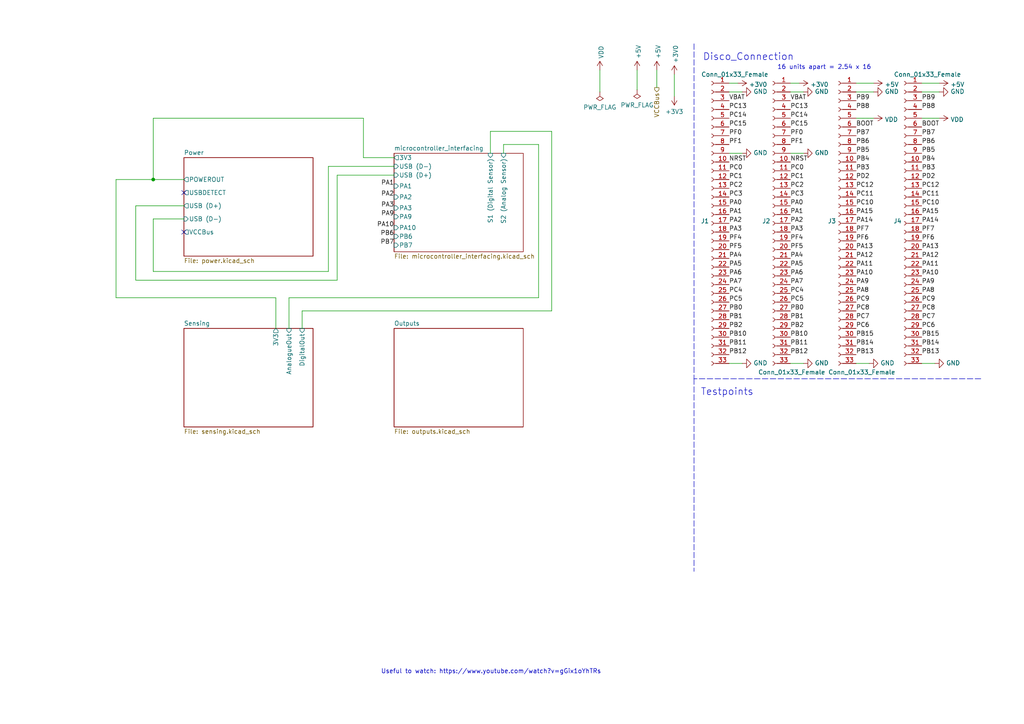
<source format=kicad_sch>
(kicad_sch (version 20211123) (generator eeschema)
  (paper "A4")
  (title_block (title "EEE3088F Discovery HAT Project") (date "2022-03-17") (rev "v0.1.1") (company "UCT") (comment 2 "Group 7") (comment 3 "@Checked By: ") (comment 4 "@Authors: Ryan Jones, Alex Cargill & Devlin Trafford"))
  (lib_symbols
    (symbol "Connector:Conn_01x33_Female" (pin_names (offset 1.016) hide)
      (property "Reference" "J" (at 0 43.18 0))
      (property "Value" "Conn_01x33_Female" (at 0 -43.18 0))
      (symbol "Conn_01x33_Female_1_1"
        (arc (start 0 -40.132) (mid -0.508 -40.64) (end 0 -41.148) (stroke (width 0.1524)))
        (arc (start 0 -37.592) (mid -0.508 -38.1) (end 0 -38.608) (stroke (width 0.1524)))
        (arc (start 0 -35.052) (mid -0.508 -35.56) (end 0 -36.068) (stroke (width 0.1524)))
        (arc (start 0 -32.512) (mid -0.508 -33.02) (end 0 -33.528) (stroke (width 0.1524)))
        (arc (start 0 -29.972) (mid -0.508 -30.48) (end 0 -30.988) (stroke (width 0.1524)))
        (arc (start 0 -27.432) (mid -0.508 -27.94) (end 0 -28.448) (stroke (width 0.1524)))
        (arc (start 0 -24.892) (mid -0.508 -25.4) (end 0 -25.908) (stroke (width 0.1524)))
        (arc (start 0 -22.352) (mid -0.508 -22.86) (end 0 -23.368) (stroke (width 0.1524)))
        (arc (start 0 -19.812) (mid -0.508 -20.32) (end 0 -20.828) (stroke (width 0.1524)))
        (arc (start 0 -17.272) (mid -0.508 -17.78) (end 0 -18.288) (stroke (width 0.1524)))
        (arc (start 0 -14.732) (mid -0.508 -15.24) (end 0 -15.748) (stroke (width 0.1524)))
        (arc (start 0 -12.192) (mid -0.508 -12.7) (end 0 -13.208) (stroke (width 0.1524)))
        (arc (start 0 -9.652) (mid -0.508 -10.16) (end 0 -10.668) (stroke (width 0.1524)))
        (arc (start 0 -7.112) (mid -0.508 -7.62) (end 0 -8.128) (stroke (width 0.1524)))
        (arc (start 0 -4.572) (mid -0.508 -5.08) (end 0 -5.588) (stroke (width 0.1524)))
        (arc (start 0 -2.032) (mid -0.508 -2.54) (end 0 -3.048) (stroke (width 0.1524)))
        (polyline (pts (xy -1.27 -40.64) (xy -0.508 -40.64)) (stroke (width 0.1524)))
        (polyline (pts (xy -1.27 -38.1) (xy -0.508 -38.1)) (stroke (width 0.1524)))
        (polyline (pts (xy -1.27 -35.56) (xy -0.508 -35.56)) (stroke (width 0.1524)))
        (polyline (pts (xy -1.27 -33.02) (xy -0.508 -33.02)) (stroke (width 0.1524)))
        (polyline (pts (xy -1.27 -30.48) (xy -0.508 -30.48)) (stroke (width 0.1524)))
        (polyline (pts (xy -1.27 -27.94) (xy -0.508 -27.94)) (stroke (width 0.1524)))
        (polyline (pts (xy -1.27 -25.4) (xy -0.508 -25.4)) (stroke (width 0.1524)))
        (polyline (pts (xy -1.27 -22.86) (xy -0.508 -22.86)) (stroke (width 0.1524)))
        (polyline (pts (xy -1.27 -20.32) (xy -0.508 -20.32)) (stroke (width 0.1524)))
        (polyline (pts (xy -1.27 -17.78) (xy -0.508 -17.78)) (stroke (width 0.1524)))
        (polyline (pts (xy -1.27 -15.24) (xy -0.508 -15.24)) (stroke (width 0.1524)))
        (polyline (pts (xy -1.27 -12.7) (xy -0.508 -12.7)) (stroke (width 0.1524)))
        (polyline (pts (xy -1.27 -10.16) (xy -0.508 -10.16)) (stroke (width 0.1524)))
        (polyline (pts (xy -1.27 -7.62) (xy -0.508 -7.62)) (stroke (width 0.1524)))
        (polyline (pts (xy -1.27 -5.08) (xy -0.508 -5.08)) (stroke (width 0.1524)))
        (polyline (pts (xy -1.27 -2.54) (xy -0.508 -2.54)) (stroke (width 0.1524)))
        (polyline (pts (xy -1.27 0) (xy -0.508 0)) (stroke (width 0.1524)))
        (polyline (pts (xy -1.27 2.54) (xy -0.508 2.54)) (stroke (width 0.1524)))
        (polyline (pts (xy -1.27 5.08) (xy -0.508 5.08)) (stroke (width 0.1524)))
        (polyline (pts (xy -1.27 7.62) (xy -0.508 7.62)) (stroke (width 0.1524)))
        (polyline (pts (xy -1.27 10.16) (xy -0.508 10.16)) (stroke (width 0.1524)))
        (polyline (pts (xy -1.27 12.7) (xy -0.508 12.7)) (stroke (width 0.1524)))
        (polyline (pts (xy -1.27 15.24) (xy -0.508 15.24)) (stroke (width 0.1524)))
        (polyline (pts (xy -1.27 17.78) (xy -0.508 17.78)) (stroke (width 0.1524)))
        (polyline (pts (xy -1.27 20.32) (xy -0.508 20.32)) (stroke (width 0.1524)))
        (polyline (pts (xy -1.27 22.86) (xy -0.508 22.86)) (stroke (width 0.1524)))
        (polyline (pts (xy -1.27 25.4) (xy -0.508 25.4)) (stroke (width 0.1524)))
        (polyline (pts (xy -1.27 27.94) (xy -0.508 27.94)) (stroke (width 0.1524)))
        (polyline (pts (xy -1.27 30.48) (xy -0.508 30.48)) (stroke (width 0.1524)))
        (polyline (pts (xy -1.27 33.02) (xy -0.508 33.02)) (stroke (width 0.1524)))
        (polyline (pts (xy -1.27 35.56) (xy -0.508 35.56)) (stroke (width 0.1524)))
        (polyline (pts (xy -1.27 38.1) (xy -0.508 38.1)) (stroke (width 0.1524)))
        (polyline (pts (xy -1.27 40.64) (xy -0.508 40.64)) (stroke (width 0.1524)))
        (arc (start 0 0.508) (mid -0.508 0) (end 0 -0.508) (stroke (width 0.1524)))
        (arc (start 0 3.048) (mid -0.508 2.54) (end 0 2.032) (stroke (width 0.1524)))
        (arc (start 0 5.588) (mid -0.508 5.08) (end 0 4.572) (stroke (width 0.1524)))
        (arc (start 0 8.128) (mid -0.508 7.62) (end 0 7.112) (stroke (width 0.1524)))
        (arc (start 0 10.668) (mid -0.508 10.16) (end 0 9.652) (stroke (width 0.1524)))
        (arc (start 0 13.208) (mid -0.508 12.7) (end 0 12.192) (stroke (width 0.1524)))
        (arc (start 0 15.748) (mid -0.508 15.24) (end 0 14.732) (stroke (width 0.1524)))
        (arc (start 0 18.288) (mid -0.508 17.78) (end 0 17.272) (stroke (width 0.1524)))
        (arc (start 0 20.828) (mid -0.508 20.32) (end 0 19.812) (stroke (width 0.1524)))
        (arc (start 0 23.368) (mid -0.508 22.86) (end 0 22.352) (stroke (width 0.1524)))
        (arc (start 0 25.908) (mid -0.508 25.4) (end 0 24.892) (stroke (width 0.1524)))
        (arc (start 0 28.448) (mid -0.508 27.94) (end 0 27.432) (stroke (width 0.1524)))
        (arc (start 0 30.988) (mid -0.508 30.48) (end 0 29.972) (stroke (width 0.1524)))
        (arc (start 0 33.528) (mid -0.508 33.02) (end 0 32.512) (stroke (width 0.1524)))
        (arc (start 0 36.068) (mid -0.508 35.56) (end 0 35.052) (stroke (width 0.1524)))
        (arc (start 0 38.608) (mid -0.508 38.1) (end 0 37.592) (stroke (width 0.1524)))
        (arc (start 0 41.148) (mid -0.508 40.64) (end 0 40.132) (stroke (width 0.1524)))
        (pin passive line (at -5.08 40.64 0) (length 3.81) (name "Pin_1") (number "1"))
        (pin passive line (at -5.08 17.78 0) (length 3.81) (name "Pin_10") (number "10"))
        (pin passive line (at -5.08 15.24 0) (length 3.81) (name "Pin_11") (number "11"))
        (pin passive line (at -5.08 12.7 0) (length 3.81) (name "Pin_12") (number "12"))
        (pin passive line (at -5.08 10.16 0) (length 3.81) (name "Pin_13") (number "13"))
        (pin passive line (at -5.08 7.62 0) (length 3.81) (name "Pin_14") (number "14"))
        (pin passive line (at -5.08 5.08 0) (length 3.81) (name "Pin_15") (number "15"))
        (pin passive line (at -5.08 2.54 0) (length 3.81) (name "Pin_16") (number "16"))
        (pin passive line (at -5.08 0 0) (length 3.81) (name "Pin_17") (number "17"))
        (pin passive line (at -5.08 -2.54 0) (length 3.81) (name "Pin_18") (number "18"))
        (pin passive line (at -5.08 -5.08 0) (length 3.81) (name "Pin_19") (number "19"))
        (pin passive line (at -5.08 38.1 0) (length 3.81) (name "Pin_2") (number "2"))
        (pin passive line (at -5.08 -7.62 0) (length 3.81) (name "Pin_20") (number "20"))
        (pin passive line (at -5.08 -10.16 0) (length 3.81) (name "Pin_21") (number "21"))
        (pin passive line (at -5.08 -12.7 0) (length 3.81) (name "Pin_22") (number "22"))
        (pin passive line (at -5.08 -15.24 0) (length 3.81) (name "Pin_23") (number "23"))
        (pin passive line (at -5.08 -17.78 0) (length 3.81) (name "Pin_24") (number "24"))
        (pin passive line (at -5.08 -20.32 0) (length 3.81) (name "Pin_25") (number "25"))
        (pin passive line (at -5.08 -22.86 0) (length 3.81) (name "Pin_26") (number "26"))
        (pin passive line (at -5.08 -25.4 0) (length 3.81) (name "Pin_27") (number "27"))
        (pin passive line (at -5.08 -27.94 0) (length 3.81) (name "Pin_28") (number "28"))
        (pin passive line (at -5.08 -30.48 0) (length 3.81) (name "Pin_29") (number "29"))
        (pin passive line (at -5.08 35.56 0) (length 3.81) (name "Pin_3") (number "3"))
        (pin passive line (at -5.08 -33.02 0) (length 3.81) (name "Pin_30") (number "30"))
        (pin passive line (at -5.08 -35.56 0) (length 3.81) (name "Pin_31") (number "31"))
        (pin passive line (at -5.08 -38.1 0) (length 3.81) (name "Pin_32") (number "32"))
        (pin passive line (at -5.08 -40.64 0) (length 3.81) (name "Pin_33") (number "33"))
        (pin passive line (at -5.08 33.02 0) (length 3.81) (name "Pin_4") (number "4"))
        (pin passive line (at -5.08 30.48 0) (length 3.81) (name "Pin_5") (number "5"))
        (pin passive line (at -5.08 27.94 0) (length 3.81) (name "Pin_6") (number "6"))
        (pin passive line (at -5.08 25.4 0) (length 3.81) (name "Pin_7") (number "7"))
        (pin passive line (at -5.08 22.86 0) (length 3.81) (name "Pin_8") (number "8"))
        (pin passive line (at -5.08 20.32 0) (length 3.81) (name "Pin_9") (number "9"))
      )
    )
    (symbol "power:+3V0" (power) (pin_names (offset 0))
      (property "Value" "+3V0" (at 0 3.556 0))
      (symbol "+3V0_0_1"
        (polyline (pts (xy -0.762 1.27) (xy 0 2.54)))
        (polyline (pts (xy 0 0) (xy 0 2.54)))
        (polyline (pts (xy 0 2.54) (xy 0.762 1.27)))
      )
      (symbol "+3V0_1_1"
        (pin power_in line (at 0 0 90) (length 0) hide (name "+3V0") (number "1"))
      )
    )
    (symbol "power:+3V3" (power) (pin_names (offset 0))
      (property "Value" "+3V3" (at 0 3.556 0))
      (symbol "+3V3_0_1"
        (polyline (pts (xy -0.762 1.27) (xy 0 2.54)))
        (polyline (pts (xy 0 0) (xy 0 2.54)))
        (polyline (pts (xy 0 2.54) (xy 0.762 1.27)))
      )
      (symbol "+3V3_1_1"
        (pin power_in line (at 0 0 90) (length 0) hide (name "+3V3") (number "1"))
      )
    )
    (symbol "power:+5V" (power) (pin_names (offset 0))
      (property "Value" "+5V" (at 0 3.556 0))
      (symbol "+5V_0_1"
        (polyline (pts (xy -0.762 1.27) (xy 0 2.54)))
        (polyline (pts (xy 0 0) (xy 0 2.54)))
        (polyline (pts (xy 0 2.54) (xy 0.762 1.27)))
      )
      (symbol "+5V_1_1"
        (pin power_in line (at 0 0 90) (length 0) hide (name "+5V") (number "1"))
      )
    )
    (symbol "power:GND" (power) (pin_names (offset 0))
      (property "Value" "GND" (at 0 -3.81 0))
      (symbol "GND_0_1"
        (polyline (pts (xy 0 0) (xy 0 -1.27) (xy 1.27 -1.27) (xy 0 -2.54) (xy -1.27 -1.27) (xy 0 -1.27)))
      )
      (symbol "GND_1_1"
        (pin power_in line (at 0 0 270) (length 0) hide (name "GND") (number "1"))
      )
    )
    (symbol "power:PWR_FLAG" (power) (pin_numbers hide) (pin_names (offset 0) hide)
      (property "Value" "PWR_FLAG" (at 0 3.81 0))
      (symbol "PWR_FLAG_0_0"
        (pin power_out line (at 0 0 90) (length 0) (name "pwr") (number "1"))
      )
      (symbol "PWR_FLAG_0_1"
        (polyline (pts (xy 0 0) (xy 0 1.27) (xy -1.016 1.905) (xy 0 2.54) (xy 1.016 1.905) (xy 0 1.27)))
      )
    )
    (symbol "power:VDD" (power) (pin_names (offset 0))
      (property "Value" "VDD" (at 0 3.81 0))
      (symbol "VDD_0_1"
        (polyline (pts (xy -0.762 1.27) (xy 0 2.54)))
        (polyline (pts (xy 0 0) (xy 0 2.54)))
        (polyline (pts (xy 0 2.54) (xy 0.762 1.27)))
      )
      (symbol "VDD_1_1"
        (pin power_in line (at 0 0 90) (length 0) hide (name "VDD") (number "1"))
      )
    )
  )
  (junction (at 44.45 52.07))
  (no_connect (at 53.34 55.88))
  (no_connect (at 53.34 67.31))
  (wire (pts (xy 156.21 41.91) (xy 146.05 41.91)))
  (wire (pts (xy 97.79 81.28) (xy 39.37 81.28)))
  (wire (pts (xy 44.45 78.74) (xy 95.25 78.74)))
  (wire (pts (xy 146.05 41.91) (xy 146.05 44.45)))
  (wire (pts (xy 211.455 44.45) (xy 215.265 44.45)))
  (wire (pts (xy 142.24 38.1) (xy 142.24 44.45)))
  (wire (pts (xy 195.58 21.59) (xy 195.58 27.94)))
  (polyline (pts (xy 201.295 12.7) (xy 201.295 109.855)))
  (wire (pts (xy 156.21 86.36) (xy 156.21 41.91)))
  (wire (pts (xy 190.5 25.4) (xy 190.5 20.32)))
  (wire (pts (xy 33.655 52.07) (xy 33.655 86.36)))
  (wire (pts (xy 53.34 63.5) (xy 44.45 63.5)))
  (polyline (pts (xy 284.48 109.855) (xy 201.295 109.855)))
  (wire (pts (xy 248.285 26.67) (xy 253.365 26.67)))
  (wire (pts (xy 53.34 52.07) (xy 44.45 52.07)))
  (wire (pts (xy 229.235 24.13) (xy 231.775 24.13)))
  (wire (pts (xy 80.01 86.36) (xy 80.01 95.25)))
  (polyline (pts (xy 201.295 109.855) (xy 201.295 165.735)))
  (wire (pts (xy 184.785 20.32) (xy 184.785 26.035)))
  (wire (pts (xy 83.82 95.25) (xy 83.82 86.36)))
  (wire (pts (xy 95.25 48.26) (xy 114.3 48.26)))
  (wire (pts (xy 173.99 20.32) (xy 173.99 26.67)))
  (wire (pts (xy 97.79 50.8) (xy 97.79 81.28)))
  (wire (pts (xy 248.285 34.29) (xy 253.365 34.29)))
  (wire (pts (xy 253.365 24.13) (xy 248.285 24.13)))
  (wire (pts (xy 39.37 81.28) (xy 39.37 59.69)))
  (wire (pts (xy 39.37 59.69) (xy 53.34 59.69)))
  (wire (pts (xy 211.455 24.13) (xy 213.995 24.13)))
  (wire (pts (xy 114.3 50.8) (xy 97.79 50.8)))
  (wire (pts (xy 233.045 105.41) (xy 229.235 105.41)))
  (wire (pts (xy 44.45 52.07) (xy 33.655 52.07)))
  (wire (pts (xy 44.45 34.29) (xy 105.41 34.29)))
  (wire (pts (xy 105.41 45.72) (xy 114.3 45.72)))
  (wire (pts (xy 229.235 26.67) (xy 233.045 26.67)))
  (wire (pts (xy 229.235 44.45) (xy 233.045 44.45)))
  (wire (pts (xy 87.63 90.17) (xy 160.02 90.17)))
  (wire (pts (xy 105.41 34.29) (xy 105.41 45.72)))
  (wire (pts (xy 44.45 63.5) (xy 44.45 78.74)))
  (wire (pts (xy 272.415 24.13) (xy 267.335 24.13)))
  (wire (pts (xy 160.02 38.1) (xy 142.24 38.1)))
  (wire (pts (xy 44.45 52.07) (xy 44.45 34.29)))
  (wire (pts (xy 83.82 86.36) (xy 156.21 86.36)))
  (wire (pts (xy 95.25 78.74) (xy 95.25 48.26)))
  (wire (pts (xy 33.655 86.36) (xy 80.01 86.36)))
  (wire (pts (xy 211.455 26.67) (xy 215.265 26.67)))
  (wire (pts (xy 160.02 90.17) (xy 160.02 38.1)))
  (wire (pts (xy 248.285 105.41) (xy 252.095 105.41)))
  (wire (pts (xy 87.63 95.25) (xy 87.63 90.17)))
  (wire (pts (xy 267.335 105.41) (xy 271.145 105.41)))
  (wire (pts (xy 267.335 26.67) (xy 272.415 26.67)))
  (wire (pts (xy 215.265 105.41) (xy 211.455 105.41)))
  (wire (pts (xy 267.335 34.29) (xy 272.415 34.29)))
  (text "Useful to watch: https://www.youtube.com/watch?v=gGix1oYhTRs" (at 110.49 195.58 0) (effects (font (size 1.27 1.27)) (justify left bottom)))
  (text "16 units apart = 2.54 x 16" (at 225.425 20.32 0) (effects (font (size 1.27 1.27)) (justify left bottom)))
  (text "Disco_Connection" (at 203.835 17.78 0) (effects (font (size 2.0066 2.0066)) (justify left bottom)))
  (text "Testpoints" (at 203.2 114.935 0) (effects (font (size 2.0066 2.0066)) (justify left bottom)))
  (label "PC14" (at 211.455 34.29 0))
  (label "PC11" (at 248.285 57.15 0))
  (label "PB2" (at 211.455 95.25 0))
  (label "PB6" (at 248.285 41.91 0))
  (label "PA3" (at 114.3 60.325 180))
  (label "PB14" (at 267.335 100.33 0))
  (label "PA15" (at 267.335 62.23 0))
  (label "PB14" (at 248.285 100.33 0))
  (label "PA11" (at 267.335 77.47 0))
  (label "PC7" (at 248.285 92.71 0))
  (label "PB6" (at 267.335 41.91 0))
  (label "PA8" (at 267.335 85.09 0))
  (label "PC9" (at 248.285 87.63 0))
  (label "PB15" (at 267.335 97.79 0))
  (label "PA2" (at 114.3 57.15 180))
  (label "PC11" (at 267.335 57.15 0))
  (label "PC1" (at 211.455 52.07 0))
  (label "PA1" (at 229.235 62.23 0))
  (label "PF7" (at 267.335 67.31 0))
  (label "PC0" (at 229.235 49.53 0))
  (label "PF7" (at 248.285 67.31 0))
  (label "PA12" (at 267.335 74.93 0))
  (label "PC15" (at 211.455 36.83 0))
  (label "PC1" (at 229.235 52.07 0))
  (label "PC13" (at 229.235 31.75 0))
  (label "VBAT" (at 229.235 29.21 0))
  (label "PC6" (at 267.335 95.25 0))
  (label "PA4" (at 211.455 74.93 0))
  (label "BOOT" (at 248.285 36.83 0))
  (label "PB5" (at 248.285 44.45 0))
  (label "PC8" (at 267.335 90.17 0))
  (label "PB7" (at 267.335 39.37 0))
  (label "PA13" (at 267.335 72.39 0))
  (label "PD2" (at 248.285 52.07 0))
  (label "PC12" (at 248.285 54.61 0))
  (label "PC10" (at 248.285 59.69 0))
  (label "PB1" (at 211.455 92.71 0))
  (label "PB9" (at 267.335 29.21 0))
  (label "PA2" (at 229.235 64.77 0))
  (label "PA10" (at 267.335 80.01 0))
  (label "PB5" (at 267.335 44.45 0))
  (label "PB6" (at 114.3 68.58 180))
  (label "PF5" (at 211.455 72.39 0))
  (label "PB13" (at 248.285 102.87 0))
  (label "PC4" (at 229.235 85.09 0))
  (label "PA1" (at 114.3 53.975 180))
  (label "PC15" (at 229.235 36.83 0))
  (label "PB1" (at 229.235 92.71 0))
  (label "PA5" (at 229.235 77.47 0))
  (label "PC0" (at 211.455 49.53 0))
  (label "PB7" (at 248.285 39.37 0))
  (label "PB0" (at 229.235 90.17 0))
  (label "PA5" (at 211.455 77.47 0))
  (label "PC8" (at 248.285 90.17 0))
  (label "PA3" (at 229.235 67.31 0))
  (label "PA10" (at 248.285 80.01 0))
  (label "PB12" (at 211.455 102.87 0))
  (label "PB10" (at 211.455 97.79 0))
  (label "PB3" (at 267.335 49.53 0))
  (label "PA14" (at 248.285 64.77 0))
  (label "VBAT" (at 211.455 29.21 0))
  (label "PC6" (at 248.285 95.25 0))
  (label "PA7" (at 229.235 82.55 0))
  (label "PB11" (at 211.455 100.33 0))
  (label "PC4" (at 211.455 85.09 0))
  (label "PC14" (at 229.235 34.29 0))
  (label "PC2" (at 229.235 54.61 0))
  (label "PF4" (at 229.235 69.85 0))
  (label "PB2" (at 229.235 95.25 0))
  (label "PF0" (at 211.455 39.37 0))
  (label "PA2" (at 211.455 64.77 0))
  (label "PA12" (at 248.285 74.93 0))
  (label "PC5" (at 229.235 87.63 0))
  (label "PA6" (at 229.235 80.01 0))
  (label "PC13" (at 211.455 31.75 0))
  (label "PA10" (at 114.3 66.04 180))
  (label "PB13" (at 267.335 102.87 0))
  (label "NRST" (at 229.235 46.99 0))
  (label "PA3" (at 211.455 67.31 0))
  (label "PB4" (at 267.335 46.99 0))
  (label "PA6" (at 211.455 80.01 0))
  (label "PF1" (at 229.235 41.91 0))
  (label "BOOT" (at 267.335 36.83 0))
  (label "PA4" (at 229.235 74.93 0))
  (label "PB15" (at 248.285 97.79 0))
  (label "PB4" (at 248.285 46.99 0))
  (label "PF0" (at 229.235 39.37 0))
  (label "PB8" (at 267.335 31.75 0))
  (label "PC5" (at 211.455 87.63 0))
  (label "PA9" (at 114.3 62.865 180))
  (label "PA0" (at 211.455 59.69 0))
  (label "PB7" (at 114.3 71.12 180))
  (label "PB11" (at 229.235 100.33 0))
  (label "PC12" (at 267.335 54.61 0))
  (label "PC7" (at 267.335 92.71 0))
  (label "PF5" (at 229.235 72.39 0))
  (label "PA0" (at 229.235 59.69 0))
  (label "PC3" (at 211.455 57.15 0))
  (label "PA14" (at 267.335 64.77 0))
  (label "PF6" (at 267.335 69.85 0))
  (label "PF6" (at 248.285 69.85 0))
  (label "PA11" (at 248.285 77.47 0))
  (label "PF1" (at 211.455 41.91 0))
  (label "PA15" (at 248.285 62.23 0))
  (label "PD2" (at 267.335 52.07 0))
  (label "PB8" (at 248.285 31.75 0))
  (label "PB10" (at 229.235 97.79 0))
  (label "PA7" (at 211.455 82.55 0))
  (label "PA9" (at 248.285 82.55 0))
  (label "PB9" (at 248.285 29.21 0))
  (label "PA9" (at 267.335 82.55 0))
  (label "PB12" (at 229.235 102.87 0))
  (label "PC10" (at 267.335 59.69 0))
  (label "PA1" (at 211.455 62.23 0))
  (label "PA13" (at 248.285 72.39 0))
  (label "PC2" (at 211.455 54.61 0))
  (label "PB3" (at 248.285 49.53 0))
  (label "PA8" (at 248.285 85.09 0))
  (label "PF4" (at 211.455 69.85 0))
  (label "PB0" (at 211.455 90.17 0))
  (label "NRST" (at 211.455 46.99 0))
  (label "PC3" (at 229.235 57.15 0))
  (label "PC9" (at 267.335 87.63 0))
  (hierarchical_label "VCCBus" (shape output) (at 190.5 25.4 270))
  (symbol (lib_id "power:GND") (at 233.045 105.41 90) (unit 1)
    (property "Reference" "#PWR019" (effects hide))
    (property "Value" "GND" (at 236.2962 105.283 90) (effects (justify right)))
  )
  (symbol (lib_id "power:GND") (at 233.045 44.45 90) (unit 1)
    (property "Reference" "#PWR017" (effects hide))
    (property "Value" "GND" (at 236.2962 44.323 90) (effects (justify right)))
  )
  (symbol (lib_id "power:+5V") (at 190.5 20.32 0) (unit 1)
    (property "Reference" "#PWR03" (effects hide))
    (property "Value" "+5V" (at 190.881 17.0688 90) (effects (justify left)))
  )
  (symbol (lib_id "power:GND") (at 233.045 26.67 90) (unit 1)
    (property "Reference" "#PWR010" (effects hide))
    (property "Value" "GND" (at 236.2962 26.543 90) (effects (justify right)))
  )
  (symbol (lib_id "power:GND") (at 252.095 105.41 90) (unit 1)
    (property "Reference" "#PWR020" (effects hide))
    (property "Value" "GND" (at 255.3462 105.283 90) (effects (justify right)))
  )
  (symbol (lib_id "Connector:Conn_01x33_Female") (at 262.255 64.77 0) (mirror y) (unit 1)
    (property "Reference" "J4" (at 261.5438 64.1096 0) (effects (justify left)))
    (property "Value" "Conn_01x33_Female" (at 278.765 21.59 0) (effects (justify left)))
    (property "Footprint" "Connector_PinHeader_2.54mm:PinHeader_1x33_P2.54mm_Vertical" (effects hide))
    (property "Populate" "DNP" (effects hide))
    (property "Price" "0" (effects hide))
  )
  (symbol (lib_id "power:GND") (at 215.265 105.41 90) (unit 1)
    (property "Reference" "#PWR018" (effects hide))
    (property "Value" "GND" (at 218.5162 105.283 90) (effects (justify right)))
  )
  (symbol (lib_id "power:GND") (at 215.265 44.45 90) (unit 1)
    (property "Reference" "#PWR016" (effects hide))
    (property "Value" "GND" (at 218.5162 44.323 90) (effects (justify right)))
  )
  (symbol (lib_id "power:PWR_FLAG") (at 173.99 26.67 180) (unit 1)
    (property "Reference" "#FLG02" (effects hide))
    (property "Value" "PWR_FLAG" (at 173.99 31.1134 0))
  )
  (symbol (lib_id "power:VDD") (at 173.99 20.32 0) (unit 1)
    (property "Reference" "#PWR01" (effects hide))
    (property "Value" "VDD" (at 174.371 17.0688 90) (effects (justify left)))
  )
  (symbol (lib_id "power:GND") (at 253.365 26.67 90) (unit 1)
    (property "Reference" "#PWR011" (effects hide))
    (property "Value" "GND" (at 256.6162 26.543 90) (effects (justify right)))
  )
  (symbol (lib_id "power:PWR_FLAG") (at 184.785 26.035 180) (unit 1)
    (property "Reference" "#FLG01" (effects hide))
    (property "Value" "PWR_FLAG" (at 184.785 30.4784 0))
  )
  (symbol (lib_id "power:+3V3") (at 195.58 27.94 180) (unit 1)
    (property "Reference" "#PWR013" (effects hide))
    (property "Value" "+3V3" (at 195.58 32.3834 0))
  )
  (symbol (lib_id "power:+5V") (at 253.365 24.13 270) (unit 1)
    (property "Reference" "#PWR07" (effects hide))
    (property "Value" "+5V" (at 256.6162 24.511 90) (effects (justify left)))
  )
  (symbol (lib_id "power:GND") (at 272.415 26.67 90) (unit 1)
    (property "Reference" "#PWR012" (effects hide))
    (property "Value" "GND" (at 275.6662 26.543 90) (effects (justify right)))
  )
  (symbol (lib_id "power:+5V") (at 184.785 20.32 0) (unit 1)
    (property "Reference" "#PWR02" (effects hide))
    (property "Value" "+5V" (at 185.166 17.0688 90) (effects (justify left)))
  )
  (symbol (lib_id "power:GND") (at 271.145 105.41 90) (unit 1)
    (property "Reference" "#PWR021" (effects hide))
    (property "Value" "GND" (at 274.3962 105.283 90) (effects (justify right)))
  )
  (symbol (lib_id "power:GND") (at 215.265 26.67 90) (unit 1)
    (property "Reference" "#PWR09" (effects hide))
    (property "Value" "GND" (at 218.5162 26.543 90) (effects (justify right)))
  )
  (symbol (lib_id "Connector:Conn_01x33_Female") (at 224.155 64.77 0) (mirror y) (unit 1)
    (property "Reference" "J2" (at 223.4438 64.1096 0) (effects (justify left)))
    (property "Value" "Conn_01x33_Female" (at 239.395 107.95 0) (effects (justify left)))
    (property "Footprint" "Connector_PinSocket_2.54mm:PinSocket_1x33_P2.54mm_Vertical" (effects hide))
    (property "LCSC" "C1234 (example)" (effects hide))
    (property "Populate" "DNP" (effects hide))
    (property "Alt_LCSC" "C12345 (example)" (effects hide))
    (property "Price" "0" (effects hide))
  )
  (symbol (lib_id "Connector:Conn_01x33_Female") (at 206.375 64.77 0) (mirror y) (unit 1)
    (property "Reference" "J1" (at 205.6638 64.1096 0) (effects (justify left)))
    (property "Value" "Conn_01x33_Female" (at 222.885 21.59 0) (effects (justify left)))
    (property "Footprint" "Connector_PinHeader_2.54mm:PinHeader_1x33_P2.54mm_Vertical" (effects hide))
    (property "Populate" "DNP" (effects hide))
    (property "Price" "0" (effects hide))
  )
  (symbol (lib_id "power:VDD") (at 253.365 34.29 270) (unit 1)
    (property "Reference" "#PWR014" (effects hide))
    (property "Value" "VDD" (at 256.6162 34.671 90) (effects (justify left)))
  )
  (symbol (lib_id "power:+5V") (at 272.415 24.13 270) (unit 1)
    (property "Reference" "#PWR08" (effects hide))
    (property "Value" "+5V" (at 275.6662 24.511 90) (effects (justify left)))
  )
  (symbol (lib_id "power:+3V0") (at 231.775 24.13 270) (unit 1)
    (property "Reference" "#PWR06" (effects hide))
    (property "Value" "+3V0" (at 235.0262 24.511 90) (effects (justify left)))
  )
  (symbol (lib_id "Connector:Conn_01x33_Female") (at 243.205 64.77 0) (mirror y) (unit 1)
    (property "Reference" "J3" (at 242.4938 64.1096 0) (effects (justify left)))
    (property "Value" "Conn_01x33_Female" (at 259.715 107.95 0) (effects (justify left)))
    (property "Footprint" "Connector_PinSocket_2.54mm:PinSocket_1x33_P2.54mm_Vertical" (effects hide))
    (property "LCSC" "C1234 (example)" (effects hide))
    (property "Populate" "DNP" (effects hide))
    (property "Alt_LCSC" "C12345 (example)" (effects hide))
    (property "Price" "0" (effects hide))
  )
  (symbol (lib_id "power:+3V0") (at 195.58 21.59 0) (unit 1)
    (property "Reference" "#PWR04" (effects hide))
    (property "Value" "+3V0" (at 195.961 18.3388 90) (effects (justify left)))
  )
  (symbol (lib_id "power:VDD") (at 272.415 34.29 270) (unit 1)
    (property "Reference" "#PWR015" (effects hide))
    (property "Value" "VDD" (at 275.6662 34.671 90) (effects (justify left)))
  )
  (symbol (lib_id "power:+3V0") (at 213.995 24.13 270) (unit 1)
    (property "Reference" "#PWR05" (effects hide))
    (property "Value" "+3V0" (at 217.2462 24.511 90) (effects (justify left)))
  )
  (sheet (at 114.3 44.45) (size 37.465 28.575) (stroke (width 0.1524))
    (property "Sheet name" "microcontroller_interfacing" (at 114.3 43.7384 0) (effects (justify left bottom)))
    (property "Sheet file" "microcontroller_interfacing.kicad_sch" (at 114.3 73.6096 0) (effects (justify left top)))
    (pin "S1 (Digital Sensor)" input (at 142.24 44.45 90))
    (pin "S2 (Analog Sensor)" input (at 146.05 44.45 90))
    (pin "USB (D-)" input (at 114.3 48.26 180))
    (pin "USB (D+)" input (at 114.3 50.8 180))
    (pin "PA3" input (at 114.3 60.325 180))
    (pin "PB7" input (at 114.3 71.12 180))
    (pin "PB6" input (at 114.3 68.58 180))
    (pin "PA2" input (at 114.3 57.15 180))
    (pin "PA9" input (at 114.3 62.865 180))
    (pin "PA10" input (at 114.3 66.04 180))
    (pin "PA1" input (at 114.3 53.975 180))
    (pin "3V3" output (at 114.3 45.72 180))
  )
  (sheet (at 114.3 95.25) (size 37.465 28.575) (stroke (width 0.1524))
    (property "Sheet name" "Outputs" (at 114.3 94.5384 0) (effects (justify left bottom)))
    (property "Sheet file" "outputs.kicad_sch" (at 114.3 124.4096 0) (effects (justify left top)))
  )
  (sheet (at 53.34 95.25) (size 37.465 28.575) (stroke (width 0.1524))
    (property "Sheet name" "Sensing" (at 53.34 94.5384 0) (effects (justify left bottom)))
    (property "Sheet file" "sensing.kicad_sch" (at 53.34 124.4096 0) (effects (justify left top)))
    (pin "AnalogueOut" input (at 83.82 95.25 90))
    (pin "DigitalOut" input (at 87.63 95.25 90))
    (pin "3V3" output (at 80.01 95.25 90))
  )
  (sheet (at 53.34 45.72) (size 37.465 28.575) (stroke (width 0.1524))
    (property "Sheet name" "Power" (at 53.34 45.0084 0) (effects (justify left bottom)))
    (property "Sheet file" "power.kicad_sch" (at 53.34 74.8796 0) (effects (justify left top)))
    (pin "VCCBus" output (at 53.34 67.31 180))
    (pin "USB (D-)" input (at 53.34 63.5 180))
    (pin "USBDETECT" output (at 53.34 55.88 180))
    (pin "POWEROUT" output (at 53.34 52.07 180))
    (pin "USB (D+)" output (at 53.34 59.69 180))
  )
)
</source>
